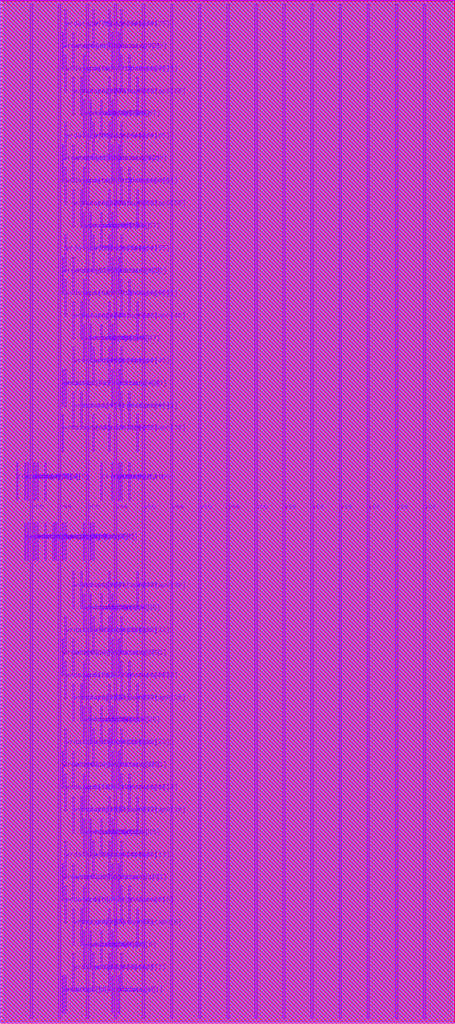
<source format=lef>
VERSION 5.8 ;
BUSBITCHARS "[]" ;
DIVIDERCHAR "/" ;

UNITS
  DATABASE MICRONS 4000 ;
END UNITS

MANUFACTURINGGRID 0.0005 ;

MACRO arf074b064e1r1w0cbbehsaa4acw
  CLASS BLOCK ;
  ORIGIN 0 0 ;
  FOREIGN arf074b064e1r1w0cbbehsaa4acw 0 0 ;
  SIZE 14.4 BY 32.64 ;
  PIN ckrdp0
    DIRECTION INPUT ;
    USE SIGNAL ;
    PORT
      LAYER m7 ;
        RECT 3.128 16.68 3.172 17.88 ;
    END
  END ckrdp0
  PIN ckwrp0
    DIRECTION INPUT ;
    USE SIGNAL ;
    PORT
      LAYER m7 ;
        RECT 0.684 14.76 0.728 15.96 ;
    END
  END ckwrp0
  PIN rdaddrp0[0]
    DIRECTION INPUT ;
    USE SIGNAL ;
    PORT
      LAYER m7 ;
        RECT 0.428 16.68 0.472 17.88 ;
    END
  END rdaddrp0[0]
  PIN rdaddrp0[1]
    DIRECTION INPUT ;
    USE SIGNAL ;
    PORT
      LAYER m7 ;
        RECT 0.684 16.68 0.728 17.88 ;
    END
  END rdaddrp0[1]
  PIN rdaddrp0[2]
    DIRECTION INPUT ;
    USE SIGNAL ;
    PORT
      LAYER m7 ;
        RECT 0.772 16.68 0.816 17.88 ;
    END
  END rdaddrp0[2]
  PIN rdaddrp0[3]
    DIRECTION INPUT ;
    USE SIGNAL ;
    PORT
      LAYER m7 ;
        RECT 0.984 16.68 1.028 17.88 ;
    END
  END rdaddrp0[3]
  PIN rdaddrp0[4]
    DIRECTION INPUT ;
    USE SIGNAL ;
    PORT
      LAYER m7 ;
        RECT 1.072 16.68 1.116 17.88 ;
    END
  END rdaddrp0[4]
  PIN rdaddrp0[5]
    DIRECTION INPUT ;
    USE SIGNAL ;
    PORT
      LAYER m7 ;
        RECT 1.328 16.68 1.372 17.88 ;
    END
  END rdaddrp0[5]
  PIN rdaddrp0_fd
    DIRECTION INPUT ;
    USE SIGNAL ;
    PORT
      LAYER m7 ;
        RECT 3.472 16.68 3.516 17.88 ;
    END
  END rdaddrp0_fd
  PIN rdaddrp0_rd
    DIRECTION INPUT ;
    USE SIGNAL ;
    PORT
      LAYER m7 ;
        RECT 3.684 16.68 3.728 17.88 ;
    END
  END rdaddrp0_rd
  PIN rddatap0[0]
    DIRECTION OUTPUT ;
    USE SIGNAL ;
    PORT
      LAYER m7 ;
        RECT 3.472 0.24 3.516 1.44 ;
    END
  END rddatap0[0]
  PIN rddatap0[10]
    DIRECTION OUTPUT ;
    USE SIGNAL ;
    PORT
      LAYER m7 ;
        RECT 3.472 3.84 3.516 5.04 ;
    END
  END rddatap0[10]
  PIN rddatap0[11]
    DIRECTION OUTPUT ;
    USE SIGNAL ;
    PORT
      LAYER m7 ;
        RECT 3.684 3.84 3.728 5.04 ;
    END
  END rddatap0[11]
  PIN rddatap0[12]
    DIRECTION OUTPUT ;
    USE SIGNAL ;
    PORT
      LAYER m7 ;
        RECT 3.384 4.56 3.428 5.76 ;
    END
  END rddatap0[12]
  PIN rddatap0[13]
    DIRECTION OUTPUT ;
    USE SIGNAL ;
    PORT
      LAYER m7 ;
        RECT 3.772 4.56 3.816 5.76 ;
    END
  END rddatap0[13]
  PIN rddatap0[14]
    DIRECTION OUTPUT ;
    USE SIGNAL ;
    PORT
      LAYER m7 ;
        RECT 3.128 5.28 3.172 6.48 ;
    END
  END rddatap0[14]
  PIN rddatap0[15]
    DIRECTION OUTPUT ;
    USE SIGNAL ;
    PORT
      LAYER m7 ;
        RECT 3.472 5.28 3.516 6.48 ;
    END
  END rddatap0[15]
  PIN rddatap0[16]
    DIRECTION OUTPUT ;
    USE SIGNAL ;
    PORT
      LAYER m7 ;
        RECT 4.284 6 4.328 7.2 ;
    END
  END rddatap0[16]
  PIN rddatap0[17]
    DIRECTION OUTPUT ;
    USE SIGNAL ;
    PORT
      LAYER m7 ;
        RECT 3.384 6 3.428 7.2 ;
    END
  END rddatap0[17]
  PIN rddatap0[18]
    DIRECTION OUTPUT ;
    USE SIGNAL ;
    PORT
      LAYER m7 ;
        RECT 3.772 6.72 3.816 7.92 ;
    END
  END rddatap0[18]
  PIN rddatap0[19]
    DIRECTION OUTPUT ;
    USE SIGNAL ;
    PORT
      LAYER m7 ;
        RECT 4.028 6.72 4.072 7.92 ;
    END
  END rddatap0[19]
  PIN rddatap0[1]
    DIRECTION OUTPUT ;
    USE SIGNAL ;
    PORT
      LAYER m7 ;
        RECT 3.684 0.24 3.728 1.44 ;
    END
  END rddatap0[1]
  PIN rddatap0[20]
    DIRECTION OUTPUT ;
    USE SIGNAL ;
    PORT
      LAYER m7 ;
        RECT 3.472 7.44 3.516 8.64 ;
    END
  END rddatap0[20]
  PIN rddatap0[21]
    DIRECTION OUTPUT ;
    USE SIGNAL ;
    PORT
      LAYER m7 ;
        RECT 3.684 7.44 3.728 8.64 ;
    END
  END rddatap0[21]
  PIN rddatap0[22]
    DIRECTION OUTPUT ;
    USE SIGNAL ;
    PORT
      LAYER m7 ;
        RECT 3.384 8.16 3.428 9.36 ;
    END
  END rddatap0[22]
  PIN rddatap0[23]
    DIRECTION OUTPUT ;
    USE SIGNAL ;
    PORT
      LAYER m7 ;
        RECT 3.772 8.16 3.816 9.36 ;
    END
  END rddatap0[23]
  PIN rddatap0[24]
    DIRECTION OUTPUT ;
    USE SIGNAL ;
    PORT
      LAYER m7 ;
        RECT 3.128 8.88 3.172 10.08 ;
    END
  END rddatap0[24]
  PIN rddatap0[25]
    DIRECTION OUTPUT ;
    USE SIGNAL ;
    PORT
      LAYER m7 ;
        RECT 3.472 8.88 3.516 10.08 ;
    END
  END rddatap0[25]
  PIN rddatap0[26]
    DIRECTION OUTPUT ;
    USE SIGNAL ;
    PORT
      LAYER m7 ;
        RECT 4.284 9.6 4.328 10.8 ;
    END
  END rddatap0[26]
  PIN rddatap0[27]
    DIRECTION OUTPUT ;
    USE SIGNAL ;
    PORT
      LAYER m7 ;
        RECT 3.384 9.6 3.428 10.8 ;
    END
  END rddatap0[27]
  PIN rddatap0[28]
    DIRECTION OUTPUT ;
    USE SIGNAL ;
    PORT
      LAYER m7 ;
        RECT 3.772 10.32 3.816 11.52 ;
    END
  END rddatap0[28]
  PIN rddatap0[29]
    DIRECTION OUTPUT ;
    USE SIGNAL ;
    PORT
      LAYER m7 ;
        RECT 4.028 10.32 4.072 11.52 ;
    END
  END rddatap0[29]
  PIN rddatap0[2]
    DIRECTION OUTPUT ;
    USE SIGNAL ;
    PORT
      LAYER m7 ;
        RECT 3.384 0.96 3.428 2.16 ;
    END
  END rddatap0[2]
  PIN rddatap0[30]
    DIRECTION OUTPUT ;
    USE SIGNAL ;
    PORT
      LAYER m7 ;
        RECT 3.472 11.04 3.516 12.24 ;
    END
  END rddatap0[30]
  PIN rddatap0[31]
    DIRECTION OUTPUT ;
    USE SIGNAL ;
    PORT
      LAYER m7 ;
        RECT 3.684 11.04 3.728 12.24 ;
    END
  END rddatap0[31]
  PIN rddatap0[32]
    DIRECTION OUTPUT ;
    USE SIGNAL ;
    PORT
      LAYER m7 ;
        RECT 3.384 11.76 3.428 12.96 ;
    END
  END rddatap0[32]
  PIN rddatap0[33]
    DIRECTION OUTPUT ;
    USE SIGNAL ;
    PORT
      LAYER m7 ;
        RECT 3.772 11.76 3.816 12.96 ;
    END
  END rddatap0[33]
  PIN rddatap0[34]
    DIRECTION OUTPUT ;
    USE SIGNAL ;
    PORT
      LAYER m7 ;
        RECT 3.128 12.48 3.172 13.68 ;
    END
  END rddatap0[34]
  PIN rddatap0[35]
    DIRECTION OUTPUT ;
    USE SIGNAL ;
    PORT
      LAYER m7 ;
        RECT 3.472 12.48 3.516 13.68 ;
    END
  END rddatap0[35]
  PIN rddatap0[36]
    DIRECTION OUTPUT ;
    USE SIGNAL ;
    PORT
      LAYER m7 ;
        RECT 4.284 13.2 4.328 14.4 ;
    END
  END rddatap0[36]
  PIN rddatap0[37]
    DIRECTION OUTPUT ;
    USE SIGNAL ;
    PORT
      LAYER m7 ;
        RECT 3.384 13.2 3.428 14.4 ;
    END
  END rddatap0[37]
  PIN rddatap0[38]
    DIRECTION OUTPUT ;
    USE SIGNAL ;
    PORT
      LAYER m7 ;
        RECT 4.284 18.24 4.328 19.44 ;
    END
  END rddatap0[38]
  PIN rddatap0[39]
    DIRECTION OUTPUT ;
    USE SIGNAL ;
    PORT
      LAYER m7 ;
        RECT 3.384 18.24 3.428 19.44 ;
    END
  END rddatap0[39]
  PIN rddatap0[3]
    DIRECTION OUTPUT ;
    USE SIGNAL ;
    PORT
      LAYER m7 ;
        RECT 3.772 0.96 3.816 2.16 ;
    END
  END rddatap0[3]
  PIN rddatap0[40]
    DIRECTION OUTPUT ;
    USE SIGNAL ;
    PORT
      LAYER m7 ;
        RECT 3.772 18.96 3.816 20.16 ;
    END
  END rddatap0[40]
  PIN rddatap0[41]
    DIRECTION OUTPUT ;
    USE SIGNAL ;
    PORT
      LAYER m7 ;
        RECT 4.028 18.96 4.072 20.16 ;
    END
  END rddatap0[41]
  PIN rddatap0[42]
    DIRECTION OUTPUT ;
    USE SIGNAL ;
    PORT
      LAYER m7 ;
        RECT 3.472 19.68 3.516 20.88 ;
    END
  END rddatap0[42]
  PIN rddatap0[43]
    DIRECTION OUTPUT ;
    USE SIGNAL ;
    PORT
      LAYER m7 ;
        RECT 3.684 19.68 3.728 20.88 ;
    END
  END rddatap0[43]
  PIN rddatap0[44]
    DIRECTION OUTPUT ;
    USE SIGNAL ;
    PORT
      LAYER m7 ;
        RECT 3.384 20.4 3.428 21.6 ;
    END
  END rddatap0[44]
  PIN rddatap0[45]
    DIRECTION OUTPUT ;
    USE SIGNAL ;
    PORT
      LAYER m7 ;
        RECT 3.772 20.4 3.816 21.6 ;
    END
  END rddatap0[45]
  PIN rddatap0[46]
    DIRECTION OUTPUT ;
    USE SIGNAL ;
    PORT
      LAYER m7 ;
        RECT 3.128 21.12 3.172 22.32 ;
    END
  END rddatap0[46]
  PIN rddatap0[47]
    DIRECTION OUTPUT ;
    USE SIGNAL ;
    PORT
      LAYER m7 ;
        RECT 3.472 21.12 3.516 22.32 ;
    END
  END rddatap0[47]
  PIN rddatap0[48]
    DIRECTION OUTPUT ;
    USE SIGNAL ;
    PORT
      LAYER m7 ;
        RECT 4.284 21.84 4.328 23.04 ;
    END
  END rddatap0[48]
  PIN rddatap0[49]
    DIRECTION OUTPUT ;
    USE SIGNAL ;
    PORT
      LAYER m7 ;
        RECT 3.384 21.84 3.428 23.04 ;
    END
  END rddatap0[49]
  PIN rddatap0[4]
    DIRECTION OUTPUT ;
    USE SIGNAL ;
    PORT
      LAYER m7 ;
        RECT 3.128 1.68 3.172 2.88 ;
    END
  END rddatap0[4]
  PIN rddatap0[50]
    DIRECTION OUTPUT ;
    USE SIGNAL ;
    PORT
      LAYER m7 ;
        RECT 3.772 22.56 3.816 23.76 ;
    END
  END rddatap0[50]
  PIN rddatap0[51]
    DIRECTION OUTPUT ;
    USE SIGNAL ;
    PORT
      LAYER m7 ;
        RECT 4.028 22.56 4.072 23.76 ;
    END
  END rddatap0[51]
  PIN rddatap0[52]
    DIRECTION OUTPUT ;
    USE SIGNAL ;
    PORT
      LAYER m7 ;
        RECT 3.472 23.28 3.516 24.48 ;
    END
  END rddatap0[52]
  PIN rddatap0[53]
    DIRECTION OUTPUT ;
    USE SIGNAL ;
    PORT
      LAYER m7 ;
        RECT 3.684 23.28 3.728 24.48 ;
    END
  END rddatap0[53]
  PIN rddatap0[54]
    DIRECTION OUTPUT ;
    USE SIGNAL ;
    PORT
      LAYER m7 ;
        RECT 3.384 24 3.428 25.2 ;
    END
  END rddatap0[54]
  PIN rddatap0[55]
    DIRECTION OUTPUT ;
    USE SIGNAL ;
    PORT
      LAYER m7 ;
        RECT 3.772 24 3.816 25.2 ;
    END
  END rddatap0[55]
  PIN rddatap0[56]
    DIRECTION OUTPUT ;
    USE SIGNAL ;
    PORT
      LAYER m7 ;
        RECT 3.128 24.72 3.172 25.92 ;
    END
  END rddatap0[56]
  PIN rddatap0[57]
    DIRECTION OUTPUT ;
    USE SIGNAL ;
    PORT
      LAYER m7 ;
        RECT 3.472 24.72 3.516 25.92 ;
    END
  END rddatap0[57]
  PIN rddatap0[58]
    DIRECTION OUTPUT ;
    USE SIGNAL ;
    PORT
      LAYER m7 ;
        RECT 4.284 25.44 4.328 26.64 ;
    END
  END rddatap0[58]
  PIN rddatap0[59]
    DIRECTION OUTPUT ;
    USE SIGNAL ;
    PORT
      LAYER m7 ;
        RECT 3.384 25.44 3.428 26.64 ;
    END
  END rddatap0[59]
  PIN rddatap0[5]
    DIRECTION OUTPUT ;
    USE SIGNAL ;
    PORT
      LAYER m7 ;
        RECT 3.472 1.68 3.516 2.88 ;
    END
  END rddatap0[5]
  PIN rddatap0[60]
    DIRECTION OUTPUT ;
    USE SIGNAL ;
    PORT
      LAYER m7 ;
        RECT 3.772 26.16 3.816 27.36 ;
    END
  END rddatap0[60]
  PIN rddatap0[61]
    DIRECTION OUTPUT ;
    USE SIGNAL ;
    PORT
      LAYER m7 ;
        RECT 4.028 26.16 4.072 27.36 ;
    END
  END rddatap0[61]
  PIN rddatap0[62]
    DIRECTION OUTPUT ;
    USE SIGNAL ;
    PORT
      LAYER m7 ;
        RECT 3.472 26.88 3.516 28.08 ;
    END
  END rddatap0[62]
  PIN rddatap0[63]
    DIRECTION OUTPUT ;
    USE SIGNAL ;
    PORT
      LAYER m7 ;
        RECT 3.684 26.88 3.728 28.08 ;
    END
  END rddatap0[63]
  PIN rddatap0[64]
    DIRECTION OUTPUT ;
    USE SIGNAL ;
    PORT
      LAYER m7 ;
        RECT 3.384 27.6 3.428 28.8 ;
    END
  END rddatap0[64]
  PIN rddatap0[65]
    DIRECTION OUTPUT ;
    USE SIGNAL ;
    PORT
      LAYER m7 ;
        RECT 3.772 27.6 3.816 28.8 ;
    END
  END rddatap0[65]
  PIN rddatap0[66]
    DIRECTION OUTPUT ;
    USE SIGNAL ;
    PORT
      LAYER m7 ;
        RECT 3.128 28.32 3.172 29.52 ;
    END
  END rddatap0[66]
  PIN rddatap0[67]
    DIRECTION OUTPUT ;
    USE SIGNAL ;
    PORT
      LAYER m7 ;
        RECT 3.472 28.32 3.516 29.52 ;
    END
  END rddatap0[67]
  PIN rddatap0[68]
    DIRECTION OUTPUT ;
    USE SIGNAL ;
    PORT
      LAYER m7 ;
        RECT 4.284 29.04 4.328 30.24 ;
    END
  END rddatap0[68]
  PIN rddatap0[69]
    DIRECTION OUTPUT ;
    USE SIGNAL ;
    PORT
      LAYER m7 ;
        RECT 3.384 29.04 3.428 30.24 ;
    END
  END rddatap0[69]
  PIN rddatap0[6]
    DIRECTION OUTPUT ;
    USE SIGNAL ;
    PORT
      LAYER m7 ;
        RECT 4.284 2.4 4.328 3.6 ;
    END
  END rddatap0[6]
  PIN rddatap0[70]
    DIRECTION OUTPUT ;
    USE SIGNAL ;
    PORT
      LAYER m7 ;
        RECT 3.772 29.76 3.816 30.96 ;
    END
  END rddatap0[70]
  PIN rddatap0[71]
    DIRECTION OUTPUT ;
    USE SIGNAL ;
    PORT
      LAYER m7 ;
        RECT 4.028 29.76 4.072 30.96 ;
    END
  END rddatap0[71]
  PIN rddatap0[72]
    DIRECTION OUTPUT ;
    USE SIGNAL ;
    PORT
      LAYER m7 ;
        RECT 3.472 30.48 3.516 31.68 ;
    END
  END rddatap0[72]
  PIN rddatap0[73]
    DIRECTION OUTPUT ;
    USE SIGNAL ;
    PORT
      LAYER m7 ;
        RECT 3.684 30.48 3.728 31.68 ;
    END
  END rddatap0[73]
  PIN rddatap0[74]
    DIRECTION OUTPUT ;
    USE SIGNAL ;
    PORT
      LAYER m7 ;
        RECT 3.384 31.2 3.428 32.4 ;
    END
  END rddatap0[74]
  PIN rddatap0[75]
    DIRECTION OUTPUT ;
    USE SIGNAL ;
    PORT
      LAYER m7 ;
        RECT 3.772 31.2 3.816 32.4 ;
    END
  END rddatap0[75]
  PIN rddatap0[7]
    DIRECTION OUTPUT ;
    USE SIGNAL ;
    PORT
      LAYER m7 ;
        RECT 3.384 2.4 3.428 3.6 ;
    END
  END rddatap0[7]
  PIN rddatap0[8]
    DIRECTION OUTPUT ;
    USE SIGNAL ;
    PORT
      LAYER m7 ;
        RECT 3.772 3.12 3.816 4.32 ;
    END
  END rddatap0[8]
  PIN rddatap0[9]
    DIRECTION OUTPUT ;
    USE SIGNAL ;
    PORT
      LAYER m7 ;
        RECT 4.028 3.12 4.072 4.32 ;
    END
  END rddatap0[9]
  PIN rdenp0
    DIRECTION INPUT ;
    USE SIGNAL ;
    PORT
      LAYER m7 ;
        RECT 3.772 16.68 3.816 17.88 ;
    END
  END rdenp0
  PIN sdl_initp0
    DIRECTION INPUT ;
    USE SIGNAL ;
    PORT
      LAYER m7 ;
        RECT 4.028 16.68 4.072 17.88 ;
    END
  END sdl_initp0
  PIN vcc
    DIRECTION INPUT ;
    USE POWER ;
    PORT
      LAYER m7 ;
        RECT 13.462 0.06 13.538 32.58 ;
    END
    PORT
      LAYER m7 ;
        RECT 11.662 0.06 11.738 32.58 ;
    END
    PORT
      LAYER m7 ;
        RECT 9.862 0.06 9.938 32.58 ;
    END
    PORT
      LAYER m7 ;
        RECT 8.062 0.06 8.138 32.58 ;
    END
    PORT
      LAYER m7 ;
        RECT 6.262 0.06 6.338 32.58 ;
    END
    PORT
      LAYER m7 ;
        RECT 4.462 0.06 4.538 32.58 ;
    END
    PORT
      LAYER m7 ;
        RECT 2.662 0.06 2.738 32.58 ;
    END
    PORT
      LAYER m7 ;
        RECT 0.862 0.06 0.938 32.58 ;
    END
  END vcc
  PIN vss
    DIRECTION INOUT ;
    USE GROUND ;
    PORT
      LAYER m7 ;
        RECT 12.562 0.06 12.638 32.58 ;
    END
    PORT
      LAYER m7 ;
        RECT 10.762 0.06 10.838 32.58 ;
    END
    PORT
      LAYER m7 ;
        RECT 8.962 0.06 9.038 32.58 ;
    END
    PORT
      LAYER m7 ;
        RECT 7.162 0.06 7.238 32.58 ;
    END
    PORT
      LAYER m7 ;
        RECT 5.362 0.06 5.438 32.58 ;
    END
    PORT
      LAYER m7 ;
        RECT 3.562 0.06 3.638 32.58 ;
    END
    PORT
      LAYER m7 ;
        RECT 1.762 0.06 1.838 32.58 ;
    END
  END vss
  PIN wraddrp0[0]
    DIRECTION INPUT ;
    USE SIGNAL ;
    PORT
      LAYER m7 ;
        RECT 1.672 14.76 1.716 15.96 ;
    END
  END wraddrp0[0]
  PIN wraddrp0[1]
    DIRECTION INPUT ;
    USE SIGNAL ;
    PORT
      LAYER m7 ;
        RECT 1.884 14.76 1.928 15.96 ;
    END
  END wraddrp0[1]
  PIN wraddrp0[2]
    DIRECTION INPUT ;
    USE SIGNAL ;
    PORT
      LAYER m7 ;
        RECT 1.972 14.76 2.016 15.96 ;
    END
  END wraddrp0[2]
  PIN wraddrp0[3]
    DIRECTION INPUT ;
    USE SIGNAL ;
    PORT
      LAYER m7 ;
        RECT 2.572 14.76 2.616 15.96 ;
    END
  END wraddrp0[3]
  PIN wraddrp0[4]
    DIRECTION INPUT ;
    USE SIGNAL ;
    PORT
      LAYER m7 ;
        RECT 2.784 14.76 2.828 15.96 ;
    END
  END wraddrp0[4]
  PIN wraddrp0[5]
    DIRECTION INPUT ;
    USE SIGNAL ;
    PORT
      LAYER m7 ;
        RECT 2.872 14.76 2.916 15.96 ;
    END
  END wraddrp0[5]
  PIN wraddrp0_fd
    DIRECTION INPUT ;
    USE SIGNAL ;
    PORT
      LAYER m7 ;
        RECT 0.772 14.76 0.816 15.96 ;
    END
  END wraddrp0_fd
  PIN wraddrp0_rd
    DIRECTION INPUT ;
    USE SIGNAL ;
    PORT
      LAYER m7 ;
        RECT 0.984 14.76 1.028 15.96 ;
    END
  END wraddrp0_rd
  PIN wrdatap0[0]
    DIRECTION INPUT ;
    USE SIGNAL ;
    PORT
      LAYER m7 ;
        RECT 1.884 0.24 1.928 1.44 ;
    END
  END wrdatap0[0]
  PIN wrdatap0[10]
    DIRECTION INPUT ;
    USE SIGNAL ;
    PORT
      LAYER m7 ;
        RECT 1.884 3.84 1.928 5.04 ;
    END
  END wrdatap0[10]
  PIN wrdatap0[11]
    DIRECTION INPUT ;
    USE SIGNAL ;
    PORT
      LAYER m7 ;
        RECT 2.228 3.84 2.272 5.04 ;
    END
  END wrdatap0[11]
  PIN wrdatap0[12]
    DIRECTION INPUT ;
    USE SIGNAL ;
    PORT
      LAYER m7 ;
        RECT 2.872 4.56 2.916 5.76 ;
    END
  END wrdatap0[12]
  PIN wrdatap0[13]
    DIRECTION INPUT ;
    USE SIGNAL ;
    PORT
      LAYER m7 ;
        RECT 1.972 4.56 2.016 5.76 ;
    END
  END wrdatap0[13]
  PIN wrdatap0[14]
    DIRECTION INPUT ;
    USE SIGNAL ;
    PORT
      LAYER m7 ;
        RECT 2.572 5.28 2.616 6.48 ;
    END
  END wrdatap0[14]
  PIN wrdatap0[15]
    DIRECTION INPUT ;
    USE SIGNAL ;
    PORT
      LAYER m7 ;
        RECT 2.784 5.28 2.828 6.48 ;
    END
  END wrdatap0[15]
  PIN wrdatap0[16]
    DIRECTION INPUT ;
    USE SIGNAL ;
    PORT
      LAYER m7 ;
        RECT 2.228 6 2.272 7.2 ;
    END
  END wrdatap0[16]
  PIN wrdatap0[17]
    DIRECTION INPUT ;
    USE SIGNAL ;
    PORT
      LAYER m7 ;
        RECT 2.484 6 2.528 7.2 ;
    END
  END wrdatap0[17]
  PIN wrdatap0[18]
    DIRECTION INPUT ;
    USE SIGNAL ;
    PORT
      LAYER m7 ;
        RECT 1.972 6.72 2.016 7.92 ;
    END
  END wrdatap0[18]
  PIN wrdatap0[19]
    DIRECTION INPUT ;
    USE SIGNAL ;
    PORT
      LAYER m7 ;
        RECT 2.572 6.72 2.616 7.92 ;
    END
  END wrdatap0[19]
  PIN wrdatap0[1]
    DIRECTION INPUT ;
    USE SIGNAL ;
    PORT
      LAYER m7 ;
        RECT 1.972 0.24 2.016 1.44 ;
    END
  END wrdatap0[1]
  PIN wrdatap0[20]
    DIRECTION INPUT ;
    USE SIGNAL ;
    PORT
      LAYER m7 ;
        RECT 1.884 7.44 1.928 8.64 ;
    END
  END wrdatap0[20]
  PIN wrdatap0[21]
    DIRECTION INPUT ;
    USE SIGNAL ;
    PORT
      LAYER m7 ;
        RECT 2.228 7.44 2.272 8.64 ;
    END
  END wrdatap0[21]
  PIN wrdatap0[22]
    DIRECTION INPUT ;
    USE SIGNAL ;
    PORT
      LAYER m7 ;
        RECT 2.872 8.16 2.916 9.36 ;
    END
  END wrdatap0[22]
  PIN wrdatap0[23]
    DIRECTION INPUT ;
    USE SIGNAL ;
    PORT
      LAYER m7 ;
        RECT 1.972 8.16 2.016 9.36 ;
    END
  END wrdatap0[23]
  PIN wrdatap0[24]
    DIRECTION INPUT ;
    USE SIGNAL ;
    PORT
      LAYER m7 ;
        RECT 2.572 8.88 2.616 10.08 ;
    END
  END wrdatap0[24]
  PIN wrdatap0[25]
    DIRECTION INPUT ;
    USE SIGNAL ;
    PORT
      LAYER m7 ;
        RECT 2.784 8.88 2.828 10.08 ;
    END
  END wrdatap0[25]
  PIN wrdatap0[26]
    DIRECTION INPUT ;
    USE SIGNAL ;
    PORT
      LAYER m7 ;
        RECT 2.228 9.6 2.272 10.8 ;
    END
  END wrdatap0[26]
  PIN wrdatap0[27]
    DIRECTION INPUT ;
    USE SIGNAL ;
    PORT
      LAYER m7 ;
        RECT 2.484 9.6 2.528 10.8 ;
    END
  END wrdatap0[27]
  PIN wrdatap0[28]
    DIRECTION INPUT ;
    USE SIGNAL ;
    PORT
      LAYER m7 ;
        RECT 1.972 10.32 2.016 11.52 ;
    END
  END wrdatap0[28]
  PIN wrdatap0[29]
    DIRECTION INPUT ;
    USE SIGNAL ;
    PORT
      LAYER m7 ;
        RECT 2.572 10.32 2.616 11.52 ;
    END
  END wrdatap0[29]
  PIN wrdatap0[2]
    DIRECTION INPUT ;
    USE SIGNAL ;
    PORT
      LAYER m7 ;
        RECT 2.872 0.96 2.916 2.16 ;
    END
  END wrdatap0[2]
  PIN wrdatap0[30]
    DIRECTION INPUT ;
    USE SIGNAL ;
    PORT
      LAYER m7 ;
        RECT 1.884 11.04 1.928 12.24 ;
    END
  END wrdatap0[30]
  PIN wrdatap0[31]
    DIRECTION INPUT ;
    USE SIGNAL ;
    PORT
      LAYER m7 ;
        RECT 2.228 11.04 2.272 12.24 ;
    END
  END wrdatap0[31]
  PIN wrdatap0[32]
    DIRECTION INPUT ;
    USE SIGNAL ;
    PORT
      LAYER m7 ;
        RECT 2.872 11.76 2.916 12.96 ;
    END
  END wrdatap0[32]
  PIN wrdatap0[33]
    DIRECTION INPUT ;
    USE SIGNAL ;
    PORT
      LAYER m7 ;
        RECT 1.972 11.76 2.016 12.96 ;
    END
  END wrdatap0[33]
  PIN wrdatap0[34]
    DIRECTION INPUT ;
    USE SIGNAL ;
    PORT
      LAYER m7 ;
        RECT 2.572 12.48 2.616 13.68 ;
    END
  END wrdatap0[34]
  PIN wrdatap0[35]
    DIRECTION INPUT ;
    USE SIGNAL ;
    PORT
      LAYER m7 ;
        RECT 2.784 12.48 2.828 13.68 ;
    END
  END wrdatap0[35]
  PIN wrdatap0[36]
    DIRECTION INPUT ;
    USE SIGNAL ;
    PORT
      LAYER m7 ;
        RECT 2.228 13.2 2.272 14.4 ;
    END
  END wrdatap0[36]
  PIN wrdatap0[37]
    DIRECTION INPUT ;
    USE SIGNAL ;
    PORT
      LAYER m7 ;
        RECT 2.484 13.2 2.528 14.4 ;
    END
  END wrdatap0[37]
  PIN wrdatap0[38]
    DIRECTION INPUT ;
    USE SIGNAL ;
    PORT
      LAYER m7 ;
        RECT 2.872 18.24 2.916 19.44 ;
    END
  END wrdatap0[38]
  PIN wrdatap0[39]
    DIRECTION INPUT ;
    USE SIGNAL ;
    PORT
      LAYER m7 ;
        RECT 1.884 18.24 1.928 19.44 ;
    END
  END wrdatap0[39]
  PIN wrdatap0[3]
    DIRECTION INPUT ;
    USE SIGNAL ;
    PORT
      LAYER m7 ;
        RECT 2.228 0.96 2.272 2.16 ;
    END
  END wrdatap0[3]
  PIN wrdatap0[40]
    DIRECTION INPUT ;
    USE SIGNAL ;
    PORT
      LAYER m7 ;
        RECT 2.228 18.96 2.272 20.16 ;
    END
  END wrdatap0[40]
  PIN wrdatap0[41]
    DIRECTION INPUT ;
    USE SIGNAL ;
    PORT
      LAYER m7 ;
        RECT 2.484 18.96 2.528 20.16 ;
    END
  END wrdatap0[41]
  PIN wrdatap0[42]
    DIRECTION INPUT ;
    USE SIGNAL ;
    PORT
      LAYER m7 ;
        RECT 1.884 19.68 1.928 20.88 ;
    END
  END wrdatap0[42]
  PIN wrdatap0[43]
    DIRECTION INPUT ;
    USE SIGNAL ;
    PORT
      LAYER m7 ;
        RECT 1.972 19.68 2.016 20.88 ;
    END
  END wrdatap0[43]
  PIN wrdatap0[44]
    DIRECTION INPUT ;
    USE SIGNAL ;
    PORT
      LAYER m7 ;
        RECT 2.872 20.4 2.916 21.6 ;
    END
  END wrdatap0[44]
  PIN wrdatap0[45]
    DIRECTION INPUT ;
    USE SIGNAL ;
    PORT
      LAYER m7 ;
        RECT 2.228 20.4 2.272 21.6 ;
    END
  END wrdatap0[45]
  PIN wrdatap0[46]
    DIRECTION INPUT ;
    USE SIGNAL ;
    PORT
      LAYER m7 ;
        RECT 2.572 21.12 2.616 22.32 ;
    END
  END wrdatap0[46]
  PIN wrdatap0[47]
    DIRECTION INPUT ;
    USE SIGNAL ;
    PORT
      LAYER m7 ;
        RECT 2.784 21.12 2.828 22.32 ;
    END
  END wrdatap0[47]
  PIN wrdatap0[48]
    DIRECTION INPUT ;
    USE SIGNAL ;
    PORT
      LAYER m7 ;
        RECT 2.228 21.84 2.272 23.04 ;
    END
  END wrdatap0[48]
  PIN wrdatap0[49]
    DIRECTION INPUT ;
    USE SIGNAL ;
    PORT
      LAYER m7 ;
        RECT 2.484 21.84 2.528 23.04 ;
    END
  END wrdatap0[49]
  PIN wrdatap0[4]
    DIRECTION INPUT ;
    USE SIGNAL ;
    PORT
      LAYER m7 ;
        RECT 2.572 1.68 2.616 2.88 ;
    END
  END wrdatap0[4]
  PIN wrdatap0[50]
    DIRECTION INPUT ;
    USE SIGNAL ;
    PORT
      LAYER m7 ;
        RECT 1.972 22.56 2.016 23.76 ;
    END
  END wrdatap0[50]
  PIN wrdatap0[51]
    DIRECTION INPUT ;
    USE SIGNAL ;
    PORT
      LAYER m7 ;
        RECT 2.572 22.56 2.616 23.76 ;
    END
  END wrdatap0[51]
  PIN wrdatap0[52]
    DIRECTION INPUT ;
    USE SIGNAL ;
    PORT
      LAYER m7 ;
        RECT 1.884 23.28 1.928 24.48 ;
    END
  END wrdatap0[52]
  PIN wrdatap0[53]
    DIRECTION INPUT ;
    USE SIGNAL ;
    PORT
      LAYER m7 ;
        RECT 2.228 23.28 2.272 24.48 ;
    END
  END wrdatap0[53]
  PIN wrdatap0[54]
    DIRECTION INPUT ;
    USE SIGNAL ;
    PORT
      LAYER m7 ;
        RECT 2.872 24 2.916 25.2 ;
    END
  END wrdatap0[54]
  PIN wrdatap0[55]
    DIRECTION INPUT ;
    USE SIGNAL ;
    PORT
      LAYER m7 ;
        RECT 1.972 24 2.016 25.2 ;
    END
  END wrdatap0[55]
  PIN wrdatap0[56]
    DIRECTION INPUT ;
    USE SIGNAL ;
    PORT
      LAYER m7 ;
        RECT 2.572 24.72 2.616 25.92 ;
    END
  END wrdatap0[56]
  PIN wrdatap0[57]
    DIRECTION INPUT ;
    USE SIGNAL ;
    PORT
      LAYER m7 ;
        RECT 2.784 24.72 2.828 25.92 ;
    END
  END wrdatap0[57]
  PIN wrdatap0[58]
    DIRECTION INPUT ;
    USE SIGNAL ;
    PORT
      LAYER m7 ;
        RECT 2.228 25.44 2.272 26.64 ;
    END
  END wrdatap0[58]
  PIN wrdatap0[59]
    DIRECTION INPUT ;
    USE SIGNAL ;
    PORT
      LAYER m7 ;
        RECT 2.484 25.44 2.528 26.64 ;
    END
  END wrdatap0[59]
  PIN wrdatap0[5]
    DIRECTION INPUT ;
    USE SIGNAL ;
    PORT
      LAYER m7 ;
        RECT 2.784 1.68 2.828 2.88 ;
    END
  END wrdatap0[5]
  PIN wrdatap0[60]
    DIRECTION INPUT ;
    USE SIGNAL ;
    PORT
      LAYER m7 ;
        RECT 1.972 26.16 2.016 27.36 ;
    END
  END wrdatap0[60]
  PIN wrdatap0[61]
    DIRECTION INPUT ;
    USE SIGNAL ;
    PORT
      LAYER m7 ;
        RECT 2.572 26.16 2.616 27.36 ;
    END
  END wrdatap0[61]
  PIN wrdatap0[62]
    DIRECTION INPUT ;
    USE SIGNAL ;
    PORT
      LAYER m7 ;
        RECT 1.884 26.88 1.928 28.08 ;
    END
  END wrdatap0[62]
  PIN wrdatap0[63]
    DIRECTION INPUT ;
    USE SIGNAL ;
    PORT
      LAYER m7 ;
        RECT 2.228 26.88 2.272 28.08 ;
    END
  END wrdatap0[63]
  PIN wrdatap0[64]
    DIRECTION INPUT ;
    USE SIGNAL ;
    PORT
      LAYER m7 ;
        RECT 2.872 27.6 2.916 28.8 ;
    END
  END wrdatap0[64]
  PIN wrdatap0[65]
    DIRECTION INPUT ;
    USE SIGNAL ;
    PORT
      LAYER m7 ;
        RECT 1.972 27.6 2.016 28.8 ;
    END
  END wrdatap0[65]
  PIN wrdatap0[66]
    DIRECTION INPUT ;
    USE SIGNAL ;
    PORT
      LAYER m7 ;
        RECT 2.572 28.32 2.616 29.52 ;
    END
  END wrdatap0[66]
  PIN wrdatap0[67]
    DIRECTION INPUT ;
    USE SIGNAL ;
    PORT
      LAYER m7 ;
        RECT 2.784 28.32 2.828 29.52 ;
    END
  END wrdatap0[67]
  PIN wrdatap0[68]
    DIRECTION INPUT ;
    USE SIGNAL ;
    PORT
      LAYER m7 ;
        RECT 2.228 29.04 2.272 30.24 ;
    END
  END wrdatap0[68]
  PIN wrdatap0[69]
    DIRECTION INPUT ;
    USE SIGNAL ;
    PORT
      LAYER m7 ;
        RECT 2.484 29.04 2.528 30.24 ;
    END
  END wrdatap0[69]
  PIN wrdatap0[6]
    DIRECTION INPUT ;
    USE SIGNAL ;
    PORT
      LAYER m7 ;
        RECT 2.228 2.4 2.272 3.6 ;
    END
  END wrdatap0[6]
  PIN wrdatap0[70]
    DIRECTION INPUT ;
    USE SIGNAL ;
    PORT
      LAYER m7 ;
        RECT 1.972 29.76 2.016 30.96 ;
    END
  END wrdatap0[70]
  PIN wrdatap0[71]
    DIRECTION INPUT ;
    USE SIGNAL ;
    PORT
      LAYER m7 ;
        RECT 2.572 29.76 2.616 30.96 ;
    END
  END wrdatap0[71]
  PIN wrdatap0[72]
    DIRECTION INPUT ;
    USE SIGNAL ;
    PORT
      LAYER m7 ;
        RECT 1.884 30.48 1.928 31.68 ;
    END
  END wrdatap0[72]
  PIN wrdatap0[73]
    DIRECTION INPUT ;
    USE SIGNAL ;
    PORT
      LAYER m7 ;
        RECT 2.228 30.48 2.272 31.68 ;
    END
  END wrdatap0[73]
  PIN wrdatap0[74]
    DIRECTION INPUT ;
    USE SIGNAL ;
    PORT
      LAYER m7 ;
        RECT 2.872 31.2 2.916 32.4 ;
    END
  END wrdatap0[74]
  PIN wrdatap0[75]
    DIRECTION INPUT ;
    USE SIGNAL ;
    PORT
      LAYER m7 ;
        RECT 1.972 31.2 2.016 32.4 ;
    END
  END wrdatap0[75]
  PIN wrdatap0[7]
    DIRECTION INPUT ;
    USE SIGNAL ;
    PORT
      LAYER m7 ;
        RECT 2.484 2.4 2.528 3.6 ;
    END
  END wrdatap0[7]
  PIN wrdatap0[8]
    DIRECTION INPUT ;
    USE SIGNAL ;
    PORT
      LAYER m7 ;
        RECT 1.972 3.12 2.016 4.32 ;
    END
  END wrdatap0[8]
  PIN wrdatap0[9]
    DIRECTION INPUT ;
    USE SIGNAL ;
    PORT
      LAYER m7 ;
        RECT 2.572 3.12 2.616 4.32 ;
    END
  END wrdatap0[9]
  PIN wrdatap0_fd
    DIRECTION INPUT ;
    USE SIGNAL ;
    PORT
      LAYER m7 ;
        RECT 1.328 14.76 1.372 15.96 ;
    END
  END wrdatap0_fd
  PIN wrdatap0_rd
    DIRECTION INPUT ;
    USE SIGNAL ;
    PORT
      LAYER m7 ;
        RECT 1.584 14.76 1.628 15.96 ;
    END
  END wrdatap0_rd
  PIN wrenp0
    DIRECTION INPUT ;
    USE SIGNAL ;
    PORT
      LAYER m7 ;
        RECT 1.072 14.76 1.116 15.96 ;
    END
  END wrenp0
  OBS
    LAYER m0 SPACING 0 ;
      RECT 0 0 14.4 32.64 ;
    LAYER m1 SPACING 0 ;
      RECT 0 0 14.4 32.64 ;
    LAYER m2 SPACING 0 ;
      RECT -0.0705 -0.038 14.4705 32.678 ;
    LAYER m3 SPACING 0 ;
      RECT -0.035 -0.07 14.435 32.71 ;
    LAYER m4 SPACING 0 ;
      RECT -0.07 -0.038 14.47 32.678 ;
    LAYER m5 SPACING 0 ;
      RECT -0.059 -0.09 14.459 32.73 ;
    LAYER m6 SPACING 0 ;
      RECT -0.09 -0.062 14.49 32.702 ;
    LAYER m7 SPACING 0 ;
      RECT -0.092 -0.06 14.492 32.7 ;
  END
END arf074b064e1r1w0cbbehsaa4acw
END LIBRARY

</source>
